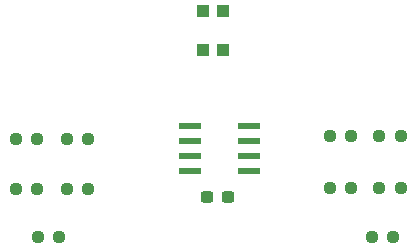
<source format=gbr>
%TF.GenerationSoftware,KiCad,Pcbnew,(5.99.0-9773-gf428ce03f2)*%
%TF.CreationDate,2021-05-10T10:20:15-04:00*%
%TF.ProjectId,D5XAMP_v4,44355841-4d50-45f7-9634-2e6b69636164,rev?*%
%TF.SameCoordinates,Original*%
%TF.FileFunction,Paste,Top*%
%TF.FilePolarity,Positive*%
%FSLAX46Y46*%
G04 Gerber Fmt 4.6, Leading zero omitted, Abs format (unit mm)*
G04 Created by KiCad (PCBNEW (5.99.0-9773-gf428ce03f2)) date 2021-05-10 10:20:15*
%MOMM*%
%LPD*%
G01*
G04 APERTURE LIST*
G04 Aperture macros list*
%AMRoundRect*
0 Rectangle with rounded corners*
0 $1 Rounding radius*
0 $2 $3 $4 $5 $6 $7 $8 $9 X,Y pos of 4 corners*
0 Add a 4 corners polygon primitive as box body*
4,1,4,$2,$3,$4,$5,$6,$7,$8,$9,$2,$3,0*
0 Add four circle primitives for the rounded corners*
1,1,$1+$1,$2,$3*
1,1,$1+$1,$4,$5*
1,1,$1+$1,$6,$7*
1,1,$1+$1,$8,$9*
0 Add four rect primitives between the rounded corners*
20,1,$1+$1,$2,$3,$4,$5,0*
20,1,$1+$1,$4,$5,$6,$7,0*
20,1,$1+$1,$6,$7,$8,$9,0*
20,1,$1+$1,$8,$9,$2,$3,0*%
G04 Aperture macros list end*
%ADD10RoundRect,0.237500X-0.250000X-0.237500X0.250000X-0.237500X0.250000X0.237500X-0.250000X0.237500X0*%
%ADD11R,1.099820X0.998220*%
%ADD12R,1.970000X0.600000*%
%ADD13RoundRect,0.237500X-0.300000X-0.237500X0.300000X-0.237500X0.300000X0.237500X-0.300000X0.237500X0*%
%ADD14RoundRect,0.237500X0.250000X0.237500X-0.250000X0.237500X-0.250000X-0.237500X0.250000X-0.237500X0*%
G04 APERTURE END LIST*
D10*
%TO.C,R9*%
X51287500Y-47480000D03*
X53112500Y-47480000D03*
%TD*%
%TO.C,R8*%
X55477500Y-43080000D03*
X57302500Y-43080000D03*
%TD*%
D11*
%TO.C,R12*%
X40530000Y-35800000D03*
X42226720Y-35800000D03*
%TD*%
D10*
%TO.C,R4*%
X29050000Y-43310000D03*
X30875000Y-43310000D03*
%TD*%
%TO.C,R2*%
X24710000Y-47570000D03*
X26535000Y-47570000D03*
%TD*%
%TO.C,R3*%
X29040000Y-47580000D03*
X30865000Y-47580000D03*
%TD*%
D12*
%TO.C,U1*%
X39510000Y-42205000D03*
X39510000Y-43475000D03*
X39510000Y-44745000D03*
X39510000Y-46015000D03*
X44450000Y-46015000D03*
X44450000Y-44745000D03*
X44450000Y-43475000D03*
X44450000Y-42205000D03*
%TD*%
D10*
%TO.C,R7*%
X54837500Y-51630000D03*
X56662500Y-51630000D03*
%TD*%
D11*
%TO.C,R1*%
X40581640Y-32520000D03*
X42278360Y-32520000D03*
%TD*%
D10*
%TO.C,R11*%
X51287500Y-43080000D03*
X53112500Y-43080000D03*
%TD*%
%TO.C,R10*%
X55467500Y-47480000D03*
X57292500Y-47480000D03*
%TD*%
%TO.C,R6*%
X26570000Y-51660000D03*
X28395000Y-51660000D03*
%TD*%
D13*
%TO.C,C1*%
X40937500Y-48260000D03*
X42662500Y-48260000D03*
%TD*%
D14*
%TO.C,R5*%
X26535000Y-43290000D03*
X24710000Y-43290000D03*
%TD*%
M02*

</source>
